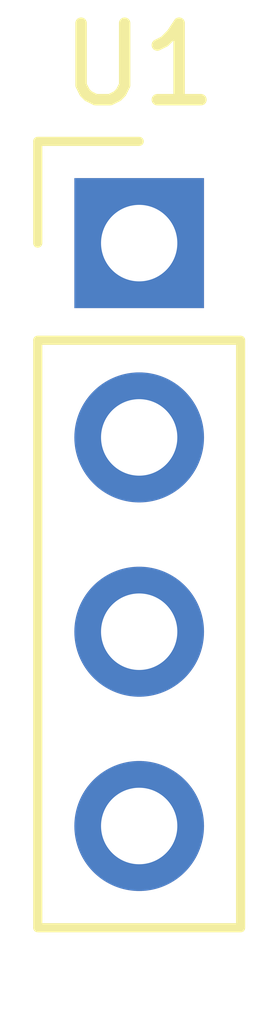
<source format=kicad_pcb>
(kicad_pcb (version 20240108) (generator "pcbnew") (generator_version "8.0")
  (layers (0 "F.Cu" signal) (31 "B.Cu" signal) (34 "B.Paste" user) (35 "F.Paste" user) (36 "B.SilkS" user "B.Silkscreen") (37 "F.SilkS" user "F.Silkscreen") (38 "B.Mask" user) (39 "F.Mask" user) (44 "Edge.Cuts" user))
  (net 0 "")
  (net 1 "gnd")
  (net 2 "p3")
  (net 3 "p2")
  (footprint "Connector_PinHeader_2.54mm:PinHeader_1x04_P2.54mm_Vertical" (layer "F.Cu") (at 145.65 93.43)
    (property "Reference" "U1" (at 0 -2.33 0) (layer "F.SilkS"))
    (property "Value" "")
    (fp_line (start -1.33 -1.33) (end 0 -1.33) (stroke (width 0.12)) (layer "F.SilkS"))
    (fp_line (start -1.33 0) (end -1.33 -1.33) (stroke (width 0.12)) (layer "F.SilkS"))
    (fp_line (start -1.33 1.27) (end -1.33 8.95) (stroke (width 0.12)) (layer "F.SilkS"))
    (fp_line (start -1.33 1.27) (end 1.33 1.27) (stroke (width 0.12)) (layer "F.SilkS"))
    (fp_line (start -1.33 8.95) (end 1.33 8.95) (stroke (width 0.12)) (layer "F.SilkS"))
    (fp_line (start 1.33 1.27) (end 1.33 8.95) (stroke (width 0.12)) (layer "F.SilkS"))
    (pad "1" thru_hole rect (at 0 0) (size 1.7 1.7) (drill 1) (layers "*.Cu" "*.Mask") (net 1 "gnd"))
    (pad "2" thru_hole oval (at 0 2.54) (size 1.7 1.7) (drill 1) (layers "*.Cu" "*.Mask") (net 3 "p2"))
    (pad "3" thru_hole oval (at 0 5.08) (size 1.7 1.7) (drill 1) (layers "*.Cu" "*.Mask") (net 2 "p3"))
    (pad "4" thru_hole oval (at 0 7.62) (size 1.7 1.7) (drill 1) (layers "*.Cu" "*.Mask"))
  )
)
</source>
